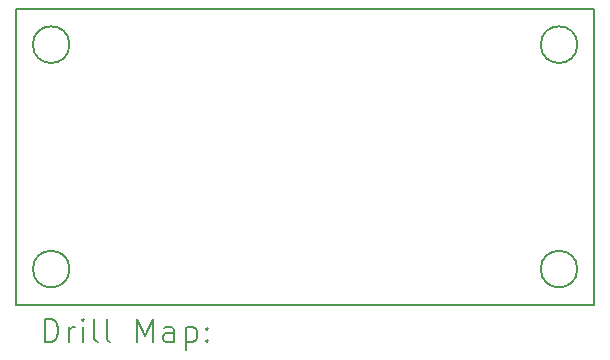
<source format=gbr>
%TF.GenerationSoftware,KiCad,Pcbnew,6.0.11-2627ca5db0~126~ubuntu20.04.1*%
%TF.CreationDate,2024-03-17T04:55:27-05:00*%
%TF.ProjectId,WaterFlowCounter,57617465-7246-46c6-9f77-436f756e7465,rev?*%
%TF.SameCoordinates,Original*%
%TF.FileFunction,Drillmap*%
%TF.FilePolarity,Positive*%
%FSLAX45Y45*%
G04 Gerber Fmt 4.5, Leading zero omitted, Abs format (unit mm)*
G04 Created by KiCad (PCBNEW 6.0.11-2627ca5db0~126~ubuntu20.04.1) date 2024-03-17 04:55:27*
%MOMM*%
%LPD*%
G01*
G04 APERTURE LIST*
%ADD10C,0.200000*%
G04 APERTURE END LIST*
D10*
X17255000Y-10300000D02*
G75*
G03*
X17255000Y-10300000I-155000J0D01*
G01*
X12500000Y-10000000D02*
X17400000Y-10000000D01*
X17400000Y-10000000D02*
X17400000Y-12500000D01*
X17400000Y-12500000D02*
X12500000Y-12500000D01*
X12500000Y-12500000D02*
X12500000Y-10000000D01*
X12955000Y-12200000D02*
G75*
G03*
X12955000Y-12200000I-155000J0D01*
G01*
X17255000Y-12200000D02*
G75*
G03*
X17255000Y-12200000I-155000J0D01*
G01*
X12955000Y-10300000D02*
G75*
G03*
X12955000Y-10300000I-155000J0D01*
G01*
X12747619Y-12820476D02*
X12747619Y-12620476D01*
X12795238Y-12620476D01*
X12823809Y-12630000D01*
X12842857Y-12649048D01*
X12852381Y-12668095D01*
X12861905Y-12706190D01*
X12861905Y-12734762D01*
X12852381Y-12772857D01*
X12842857Y-12791905D01*
X12823809Y-12810952D01*
X12795238Y-12820476D01*
X12747619Y-12820476D01*
X12947619Y-12820476D02*
X12947619Y-12687143D01*
X12947619Y-12725238D02*
X12957143Y-12706190D01*
X12966667Y-12696667D01*
X12985714Y-12687143D01*
X13004762Y-12687143D01*
X13071428Y-12820476D02*
X13071428Y-12687143D01*
X13071428Y-12620476D02*
X13061905Y-12630000D01*
X13071428Y-12639524D01*
X13080952Y-12630000D01*
X13071428Y-12620476D01*
X13071428Y-12639524D01*
X13195238Y-12820476D02*
X13176190Y-12810952D01*
X13166667Y-12791905D01*
X13166667Y-12620476D01*
X13300000Y-12820476D02*
X13280952Y-12810952D01*
X13271428Y-12791905D01*
X13271428Y-12620476D01*
X13528571Y-12820476D02*
X13528571Y-12620476D01*
X13595238Y-12763333D01*
X13661905Y-12620476D01*
X13661905Y-12820476D01*
X13842857Y-12820476D02*
X13842857Y-12715714D01*
X13833333Y-12696667D01*
X13814286Y-12687143D01*
X13776190Y-12687143D01*
X13757143Y-12696667D01*
X13842857Y-12810952D02*
X13823809Y-12820476D01*
X13776190Y-12820476D01*
X13757143Y-12810952D01*
X13747619Y-12791905D01*
X13747619Y-12772857D01*
X13757143Y-12753809D01*
X13776190Y-12744286D01*
X13823809Y-12744286D01*
X13842857Y-12734762D01*
X13938095Y-12687143D02*
X13938095Y-12887143D01*
X13938095Y-12696667D02*
X13957143Y-12687143D01*
X13995238Y-12687143D01*
X14014286Y-12696667D01*
X14023809Y-12706190D01*
X14033333Y-12725238D01*
X14033333Y-12782381D01*
X14023809Y-12801428D01*
X14014286Y-12810952D01*
X13995238Y-12820476D01*
X13957143Y-12820476D01*
X13938095Y-12810952D01*
X14119048Y-12801428D02*
X14128571Y-12810952D01*
X14119048Y-12820476D01*
X14109524Y-12810952D01*
X14119048Y-12801428D01*
X14119048Y-12820476D01*
X14119048Y-12696667D02*
X14128571Y-12706190D01*
X14119048Y-12715714D01*
X14109524Y-12706190D01*
X14119048Y-12696667D01*
X14119048Y-12715714D01*
M02*

</source>
